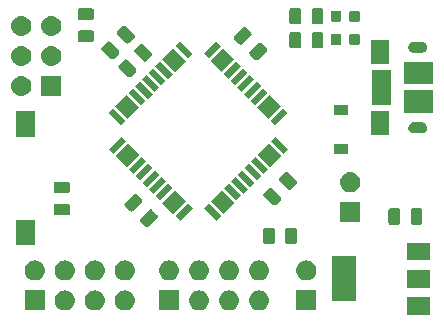
<source format=gbr>
G04 #@! TF.GenerationSoftware,KiCad,Pcbnew,5.0.0+dfsg1-2*
G04 #@! TF.CreationDate,2018-12-16T11:08:53+01:00*
G04 #@! TF.ProjectId,xmegatest,786D656761746573742E6B696361645F,rev?*
G04 #@! TF.SameCoordinates,Original*
G04 #@! TF.FileFunction,Soldermask,Top*
G04 #@! TF.FilePolarity,Negative*
%FSLAX46Y46*%
G04 Gerber Fmt 4.6, Leading zero omitted, Abs format (unit mm)*
G04 Created by KiCad (PCBNEW 5.0.0+dfsg1-2) date Sun Dec 16 11:08:53 2018*
%MOMM*%
%LPD*%
G01*
G04 APERTURE LIST*
%ADD10C,0.100000*%
G04 APERTURE END LIST*
D10*
G36*
X192618000Y-151957500D02*
X190618000Y-151957500D01*
X190618000Y-150457500D01*
X192618000Y-150457500D01*
X192618000Y-151957500D01*
X192618000Y-151957500D01*
G37*
G36*
X182968000Y-151599000D02*
X181268000Y-151599000D01*
X181268000Y-149899000D01*
X182968000Y-149899000D01*
X182968000Y-151599000D01*
X182968000Y-151599000D01*
G37*
G36*
X175744130Y-149911299D02*
X175904355Y-149959903D01*
X176052020Y-150038831D01*
X176181449Y-150145051D01*
X176287669Y-150274480D01*
X176366597Y-150422145D01*
X176415201Y-150582370D01*
X176431612Y-150749000D01*
X176415201Y-150915630D01*
X176366597Y-151075855D01*
X176287669Y-151223520D01*
X176181449Y-151352949D01*
X176052020Y-151459169D01*
X175904355Y-151538097D01*
X175744130Y-151586701D01*
X175619252Y-151599000D01*
X175535748Y-151599000D01*
X175410870Y-151586701D01*
X175250645Y-151538097D01*
X175102980Y-151459169D01*
X174973551Y-151352949D01*
X174867331Y-151223520D01*
X174788403Y-151075855D01*
X174739799Y-150915630D01*
X174723388Y-150749000D01*
X174739799Y-150582370D01*
X174788403Y-150422145D01*
X174867331Y-150274480D01*
X174973551Y-150145051D01*
X175102980Y-150038831D01*
X175250645Y-149959903D01*
X175410870Y-149911299D01*
X175535748Y-149899000D01*
X175619252Y-149899000D01*
X175744130Y-149911299D01*
X175744130Y-149911299D01*
G37*
G36*
X178284130Y-149911299D02*
X178444355Y-149959903D01*
X178592020Y-150038831D01*
X178721449Y-150145051D01*
X178827669Y-150274480D01*
X178906597Y-150422145D01*
X178955201Y-150582370D01*
X178971612Y-150749000D01*
X178955201Y-150915630D01*
X178906597Y-151075855D01*
X178827669Y-151223520D01*
X178721449Y-151352949D01*
X178592020Y-151459169D01*
X178444355Y-151538097D01*
X178284130Y-151586701D01*
X178159252Y-151599000D01*
X178075748Y-151599000D01*
X177950870Y-151586701D01*
X177790645Y-151538097D01*
X177642980Y-151459169D01*
X177513551Y-151352949D01*
X177407331Y-151223520D01*
X177328403Y-151075855D01*
X177279799Y-150915630D01*
X177263388Y-150749000D01*
X177279799Y-150582370D01*
X177328403Y-150422145D01*
X177407331Y-150274480D01*
X177513551Y-150145051D01*
X177642980Y-150038831D01*
X177790645Y-149959903D01*
X177950870Y-149911299D01*
X178075748Y-149899000D01*
X178159252Y-149899000D01*
X178284130Y-149911299D01*
X178284130Y-149911299D01*
G37*
G36*
X166917630Y-149911299D02*
X167077855Y-149959903D01*
X167225520Y-150038831D01*
X167354949Y-150145051D01*
X167461169Y-150274480D01*
X167540097Y-150422145D01*
X167588701Y-150582370D01*
X167605112Y-150749000D01*
X167588701Y-150915630D01*
X167540097Y-151075855D01*
X167461169Y-151223520D01*
X167354949Y-151352949D01*
X167225520Y-151459169D01*
X167077855Y-151538097D01*
X166917630Y-151586701D01*
X166792752Y-151599000D01*
X166709248Y-151599000D01*
X166584370Y-151586701D01*
X166424145Y-151538097D01*
X166276480Y-151459169D01*
X166147051Y-151352949D01*
X166040831Y-151223520D01*
X165961903Y-151075855D01*
X165913299Y-150915630D01*
X165896888Y-150749000D01*
X165913299Y-150582370D01*
X165961903Y-150422145D01*
X166040831Y-150274480D01*
X166147051Y-150145051D01*
X166276480Y-150038831D01*
X166424145Y-149959903D01*
X166584370Y-149911299D01*
X166709248Y-149899000D01*
X166792752Y-149899000D01*
X166917630Y-149911299D01*
X166917630Y-149911299D01*
G37*
G36*
X164377630Y-149911299D02*
X164537855Y-149959903D01*
X164685520Y-150038831D01*
X164814949Y-150145051D01*
X164921169Y-150274480D01*
X165000097Y-150422145D01*
X165048701Y-150582370D01*
X165065112Y-150749000D01*
X165048701Y-150915630D01*
X165000097Y-151075855D01*
X164921169Y-151223520D01*
X164814949Y-151352949D01*
X164685520Y-151459169D01*
X164537855Y-151538097D01*
X164377630Y-151586701D01*
X164252752Y-151599000D01*
X164169248Y-151599000D01*
X164044370Y-151586701D01*
X163884145Y-151538097D01*
X163736480Y-151459169D01*
X163607051Y-151352949D01*
X163500831Y-151223520D01*
X163421903Y-151075855D01*
X163373299Y-150915630D01*
X163356888Y-150749000D01*
X163373299Y-150582370D01*
X163421903Y-150422145D01*
X163500831Y-150274480D01*
X163607051Y-150145051D01*
X163736480Y-150038831D01*
X163884145Y-149959903D01*
X164044370Y-149911299D01*
X164169248Y-149899000D01*
X164252752Y-149899000D01*
X164377630Y-149911299D01*
X164377630Y-149911299D01*
G37*
G36*
X159981000Y-151599000D02*
X158281000Y-151599000D01*
X158281000Y-149899000D01*
X159981000Y-149899000D01*
X159981000Y-151599000D01*
X159981000Y-151599000D01*
G37*
G36*
X161837630Y-149911299D02*
X161997855Y-149959903D01*
X162145520Y-150038831D01*
X162274949Y-150145051D01*
X162381169Y-150274480D01*
X162460097Y-150422145D01*
X162508701Y-150582370D01*
X162525112Y-150749000D01*
X162508701Y-150915630D01*
X162460097Y-151075855D01*
X162381169Y-151223520D01*
X162274949Y-151352949D01*
X162145520Y-151459169D01*
X161997855Y-151538097D01*
X161837630Y-151586701D01*
X161712752Y-151599000D01*
X161629248Y-151599000D01*
X161504370Y-151586701D01*
X161344145Y-151538097D01*
X161196480Y-151459169D01*
X161067051Y-151352949D01*
X160960831Y-151223520D01*
X160881903Y-151075855D01*
X160833299Y-150915630D01*
X160816888Y-150749000D01*
X160833299Y-150582370D01*
X160881903Y-150422145D01*
X160960831Y-150274480D01*
X161067051Y-150145051D01*
X161196480Y-150038831D01*
X161344145Y-149959903D01*
X161504370Y-149911299D01*
X161629248Y-149899000D01*
X161712752Y-149899000D01*
X161837630Y-149911299D01*
X161837630Y-149911299D01*
G37*
G36*
X171347500Y-151599000D02*
X169647500Y-151599000D01*
X169647500Y-149899000D01*
X171347500Y-149899000D01*
X171347500Y-151599000D01*
X171347500Y-151599000D01*
G37*
G36*
X173204130Y-149911299D02*
X173364355Y-149959903D01*
X173512020Y-150038831D01*
X173641449Y-150145051D01*
X173747669Y-150274480D01*
X173826597Y-150422145D01*
X173875201Y-150582370D01*
X173891612Y-150749000D01*
X173875201Y-150915630D01*
X173826597Y-151075855D01*
X173747669Y-151223520D01*
X173641449Y-151352949D01*
X173512020Y-151459169D01*
X173364355Y-151538097D01*
X173204130Y-151586701D01*
X173079252Y-151599000D01*
X172995748Y-151599000D01*
X172870870Y-151586701D01*
X172710645Y-151538097D01*
X172562980Y-151459169D01*
X172433551Y-151352949D01*
X172327331Y-151223520D01*
X172248403Y-151075855D01*
X172199799Y-150915630D01*
X172183388Y-150749000D01*
X172199799Y-150582370D01*
X172248403Y-150422145D01*
X172327331Y-150274480D01*
X172433551Y-150145051D01*
X172562980Y-150038831D01*
X172710645Y-149959903D01*
X172870870Y-149911299D01*
X172995748Y-149899000D01*
X173079252Y-149899000D01*
X173204130Y-149911299D01*
X173204130Y-149911299D01*
G37*
G36*
X186318000Y-150807500D02*
X184318000Y-150807500D01*
X184318000Y-147007500D01*
X186318000Y-147007500D01*
X186318000Y-150807500D01*
X186318000Y-150807500D01*
G37*
G36*
X192618000Y-149657500D02*
X190618000Y-149657500D01*
X190618000Y-148157500D01*
X192618000Y-148157500D01*
X192618000Y-149657500D01*
X192618000Y-149657500D01*
G37*
G36*
X178284130Y-147371299D02*
X178444355Y-147419903D01*
X178592020Y-147498831D01*
X178721449Y-147605051D01*
X178827669Y-147734480D01*
X178906597Y-147882145D01*
X178955201Y-148042370D01*
X178971612Y-148209000D01*
X178955201Y-148375630D01*
X178906597Y-148535855D01*
X178827669Y-148683520D01*
X178721449Y-148812949D01*
X178592020Y-148919169D01*
X178444355Y-148998097D01*
X178284130Y-149046701D01*
X178159252Y-149059000D01*
X178075748Y-149059000D01*
X177950870Y-149046701D01*
X177790645Y-148998097D01*
X177642980Y-148919169D01*
X177513551Y-148812949D01*
X177407331Y-148683520D01*
X177328403Y-148535855D01*
X177279799Y-148375630D01*
X177263388Y-148209000D01*
X177279799Y-148042370D01*
X177328403Y-147882145D01*
X177407331Y-147734480D01*
X177513551Y-147605051D01*
X177642980Y-147498831D01*
X177790645Y-147419903D01*
X177950870Y-147371299D01*
X178075748Y-147359000D01*
X178159252Y-147359000D01*
X178284130Y-147371299D01*
X178284130Y-147371299D01*
G37*
G36*
X175744130Y-147371299D02*
X175904355Y-147419903D01*
X176052020Y-147498831D01*
X176181449Y-147605051D01*
X176287669Y-147734480D01*
X176366597Y-147882145D01*
X176415201Y-148042370D01*
X176431612Y-148209000D01*
X176415201Y-148375630D01*
X176366597Y-148535855D01*
X176287669Y-148683520D01*
X176181449Y-148812949D01*
X176052020Y-148919169D01*
X175904355Y-148998097D01*
X175744130Y-149046701D01*
X175619252Y-149059000D01*
X175535748Y-149059000D01*
X175410870Y-149046701D01*
X175250645Y-148998097D01*
X175102980Y-148919169D01*
X174973551Y-148812949D01*
X174867331Y-148683520D01*
X174788403Y-148535855D01*
X174739799Y-148375630D01*
X174723388Y-148209000D01*
X174739799Y-148042370D01*
X174788403Y-147882145D01*
X174867331Y-147734480D01*
X174973551Y-147605051D01*
X175102980Y-147498831D01*
X175250645Y-147419903D01*
X175410870Y-147371299D01*
X175535748Y-147359000D01*
X175619252Y-147359000D01*
X175744130Y-147371299D01*
X175744130Y-147371299D01*
G37*
G36*
X166917630Y-147371299D02*
X167077855Y-147419903D01*
X167225520Y-147498831D01*
X167354949Y-147605051D01*
X167461169Y-147734480D01*
X167540097Y-147882145D01*
X167588701Y-148042370D01*
X167605112Y-148209000D01*
X167588701Y-148375630D01*
X167540097Y-148535855D01*
X167461169Y-148683520D01*
X167354949Y-148812949D01*
X167225520Y-148919169D01*
X167077855Y-148998097D01*
X166917630Y-149046701D01*
X166792752Y-149059000D01*
X166709248Y-149059000D01*
X166584370Y-149046701D01*
X166424145Y-148998097D01*
X166276480Y-148919169D01*
X166147051Y-148812949D01*
X166040831Y-148683520D01*
X165961903Y-148535855D01*
X165913299Y-148375630D01*
X165896888Y-148209000D01*
X165913299Y-148042370D01*
X165961903Y-147882145D01*
X166040831Y-147734480D01*
X166147051Y-147605051D01*
X166276480Y-147498831D01*
X166424145Y-147419903D01*
X166584370Y-147371299D01*
X166709248Y-147359000D01*
X166792752Y-147359000D01*
X166917630Y-147371299D01*
X166917630Y-147371299D01*
G37*
G36*
X164377630Y-147371299D02*
X164537855Y-147419903D01*
X164685520Y-147498831D01*
X164814949Y-147605051D01*
X164921169Y-147734480D01*
X165000097Y-147882145D01*
X165048701Y-148042370D01*
X165065112Y-148209000D01*
X165048701Y-148375630D01*
X165000097Y-148535855D01*
X164921169Y-148683520D01*
X164814949Y-148812949D01*
X164685520Y-148919169D01*
X164537855Y-148998097D01*
X164377630Y-149046701D01*
X164252752Y-149059000D01*
X164169248Y-149059000D01*
X164044370Y-149046701D01*
X163884145Y-148998097D01*
X163736480Y-148919169D01*
X163607051Y-148812949D01*
X163500831Y-148683520D01*
X163421903Y-148535855D01*
X163373299Y-148375630D01*
X163356888Y-148209000D01*
X163373299Y-148042370D01*
X163421903Y-147882145D01*
X163500831Y-147734480D01*
X163607051Y-147605051D01*
X163736480Y-147498831D01*
X163884145Y-147419903D01*
X164044370Y-147371299D01*
X164169248Y-147359000D01*
X164252752Y-147359000D01*
X164377630Y-147371299D01*
X164377630Y-147371299D01*
G37*
G36*
X161837630Y-147371299D02*
X161997855Y-147419903D01*
X162145520Y-147498831D01*
X162274949Y-147605051D01*
X162381169Y-147734480D01*
X162460097Y-147882145D01*
X162508701Y-148042370D01*
X162525112Y-148209000D01*
X162508701Y-148375630D01*
X162460097Y-148535855D01*
X162381169Y-148683520D01*
X162274949Y-148812949D01*
X162145520Y-148919169D01*
X161997855Y-148998097D01*
X161837630Y-149046701D01*
X161712752Y-149059000D01*
X161629248Y-149059000D01*
X161504370Y-149046701D01*
X161344145Y-148998097D01*
X161196480Y-148919169D01*
X161067051Y-148812949D01*
X160960831Y-148683520D01*
X160881903Y-148535855D01*
X160833299Y-148375630D01*
X160816888Y-148209000D01*
X160833299Y-148042370D01*
X160881903Y-147882145D01*
X160960831Y-147734480D01*
X161067051Y-147605051D01*
X161196480Y-147498831D01*
X161344145Y-147419903D01*
X161504370Y-147371299D01*
X161629248Y-147359000D01*
X161712752Y-147359000D01*
X161837630Y-147371299D01*
X161837630Y-147371299D01*
G37*
G36*
X159297630Y-147371299D02*
X159457855Y-147419903D01*
X159605520Y-147498831D01*
X159734949Y-147605051D01*
X159841169Y-147734480D01*
X159920097Y-147882145D01*
X159968701Y-148042370D01*
X159985112Y-148209000D01*
X159968701Y-148375630D01*
X159920097Y-148535855D01*
X159841169Y-148683520D01*
X159734949Y-148812949D01*
X159605520Y-148919169D01*
X159457855Y-148998097D01*
X159297630Y-149046701D01*
X159172752Y-149059000D01*
X159089248Y-149059000D01*
X158964370Y-149046701D01*
X158804145Y-148998097D01*
X158656480Y-148919169D01*
X158527051Y-148812949D01*
X158420831Y-148683520D01*
X158341903Y-148535855D01*
X158293299Y-148375630D01*
X158276888Y-148209000D01*
X158293299Y-148042370D01*
X158341903Y-147882145D01*
X158420831Y-147734480D01*
X158527051Y-147605051D01*
X158656480Y-147498831D01*
X158804145Y-147419903D01*
X158964370Y-147371299D01*
X159089248Y-147359000D01*
X159172752Y-147359000D01*
X159297630Y-147371299D01*
X159297630Y-147371299D01*
G37*
G36*
X170664130Y-147371299D02*
X170824355Y-147419903D01*
X170972020Y-147498831D01*
X171101449Y-147605051D01*
X171207669Y-147734480D01*
X171286597Y-147882145D01*
X171335201Y-148042370D01*
X171351612Y-148209000D01*
X171335201Y-148375630D01*
X171286597Y-148535855D01*
X171207669Y-148683520D01*
X171101449Y-148812949D01*
X170972020Y-148919169D01*
X170824355Y-148998097D01*
X170664130Y-149046701D01*
X170539252Y-149059000D01*
X170455748Y-149059000D01*
X170330870Y-149046701D01*
X170170645Y-148998097D01*
X170022980Y-148919169D01*
X169893551Y-148812949D01*
X169787331Y-148683520D01*
X169708403Y-148535855D01*
X169659799Y-148375630D01*
X169643388Y-148209000D01*
X169659799Y-148042370D01*
X169708403Y-147882145D01*
X169787331Y-147734480D01*
X169893551Y-147605051D01*
X170022980Y-147498831D01*
X170170645Y-147419903D01*
X170330870Y-147371299D01*
X170455748Y-147359000D01*
X170539252Y-147359000D01*
X170664130Y-147371299D01*
X170664130Y-147371299D01*
G37*
G36*
X182284630Y-147371299D02*
X182444855Y-147419903D01*
X182592520Y-147498831D01*
X182721949Y-147605051D01*
X182828169Y-147734480D01*
X182907097Y-147882145D01*
X182955701Y-148042370D01*
X182972112Y-148209000D01*
X182955701Y-148375630D01*
X182907097Y-148535855D01*
X182828169Y-148683520D01*
X182721949Y-148812949D01*
X182592520Y-148919169D01*
X182444855Y-148998097D01*
X182284630Y-149046701D01*
X182159752Y-149059000D01*
X182076248Y-149059000D01*
X181951370Y-149046701D01*
X181791145Y-148998097D01*
X181643480Y-148919169D01*
X181514051Y-148812949D01*
X181407831Y-148683520D01*
X181328903Y-148535855D01*
X181280299Y-148375630D01*
X181263888Y-148209000D01*
X181280299Y-148042370D01*
X181328903Y-147882145D01*
X181407831Y-147734480D01*
X181514051Y-147605051D01*
X181643480Y-147498831D01*
X181791145Y-147419903D01*
X181951370Y-147371299D01*
X182076248Y-147359000D01*
X182159752Y-147359000D01*
X182284630Y-147371299D01*
X182284630Y-147371299D01*
G37*
G36*
X173204130Y-147371299D02*
X173364355Y-147419903D01*
X173512020Y-147498831D01*
X173641449Y-147605051D01*
X173747669Y-147734480D01*
X173826597Y-147882145D01*
X173875201Y-148042370D01*
X173891612Y-148209000D01*
X173875201Y-148375630D01*
X173826597Y-148535855D01*
X173747669Y-148683520D01*
X173641449Y-148812949D01*
X173512020Y-148919169D01*
X173364355Y-148998097D01*
X173204130Y-149046701D01*
X173079252Y-149059000D01*
X172995748Y-149059000D01*
X172870870Y-149046701D01*
X172710645Y-148998097D01*
X172562980Y-148919169D01*
X172433551Y-148812949D01*
X172327331Y-148683520D01*
X172248403Y-148535855D01*
X172199799Y-148375630D01*
X172183388Y-148209000D01*
X172199799Y-148042370D01*
X172248403Y-147882145D01*
X172327331Y-147734480D01*
X172433551Y-147605051D01*
X172562980Y-147498831D01*
X172710645Y-147419903D01*
X172870870Y-147371299D01*
X172995748Y-147359000D01*
X173079252Y-147359000D01*
X173204130Y-147371299D01*
X173204130Y-147371299D01*
G37*
G36*
X192618000Y-147357500D02*
X190618000Y-147357500D01*
X190618000Y-145857500D01*
X192618000Y-145857500D01*
X192618000Y-147357500D01*
X192618000Y-147357500D01*
G37*
G36*
X159169000Y-146078500D02*
X157569000Y-146078500D01*
X157569000Y-143898500D01*
X159169000Y-143898500D01*
X159169000Y-146078500D01*
X159169000Y-146078500D01*
G37*
G36*
X181174492Y-144592076D02*
X181208383Y-144602357D01*
X181239611Y-144619048D01*
X181266985Y-144641515D01*
X181289452Y-144668889D01*
X181306143Y-144700117D01*
X181316424Y-144734008D01*
X181320500Y-144775391D01*
X181320500Y-145800609D01*
X181316424Y-145841992D01*
X181306143Y-145875883D01*
X181289452Y-145907111D01*
X181266985Y-145934485D01*
X181239611Y-145956952D01*
X181208383Y-145973643D01*
X181174492Y-145983924D01*
X181133109Y-145988000D01*
X180532891Y-145988000D01*
X180491508Y-145983924D01*
X180457617Y-145973643D01*
X180426389Y-145956952D01*
X180399015Y-145934485D01*
X180376548Y-145907111D01*
X180359857Y-145875883D01*
X180349576Y-145841992D01*
X180345500Y-145800609D01*
X180345500Y-144775391D01*
X180349576Y-144734008D01*
X180359857Y-144700117D01*
X180376548Y-144668889D01*
X180399015Y-144641515D01*
X180426389Y-144619048D01*
X180457617Y-144602357D01*
X180491508Y-144592076D01*
X180532891Y-144588000D01*
X181133109Y-144588000D01*
X181174492Y-144592076D01*
X181174492Y-144592076D01*
G37*
G36*
X179299492Y-144592076D02*
X179333383Y-144602357D01*
X179364611Y-144619048D01*
X179391985Y-144641515D01*
X179414452Y-144668889D01*
X179431143Y-144700117D01*
X179441424Y-144734008D01*
X179445500Y-144775391D01*
X179445500Y-145800609D01*
X179441424Y-145841992D01*
X179431143Y-145875883D01*
X179414452Y-145907111D01*
X179391985Y-145934485D01*
X179364611Y-145956952D01*
X179333383Y-145973643D01*
X179299492Y-145983924D01*
X179258109Y-145988000D01*
X178657891Y-145988000D01*
X178616508Y-145983924D01*
X178582617Y-145973643D01*
X178551389Y-145956952D01*
X178524015Y-145934485D01*
X178501548Y-145907111D01*
X178484857Y-145875883D01*
X178474576Y-145841992D01*
X178470500Y-145800609D01*
X178470500Y-144775391D01*
X178474576Y-144734008D01*
X178484857Y-144700117D01*
X178501548Y-144668889D01*
X178524015Y-144641515D01*
X178551389Y-144619048D01*
X178582617Y-144602357D01*
X178616508Y-144592076D01*
X178657891Y-144588000D01*
X179258109Y-144588000D01*
X179299492Y-144592076D01*
X179299492Y-144592076D01*
G37*
G36*
X168996415Y-143031376D02*
X169030306Y-143041657D01*
X169061534Y-143058348D01*
X169093678Y-143084729D01*
X169518097Y-143509148D01*
X169544478Y-143541292D01*
X169561169Y-143572520D01*
X169571450Y-143606411D01*
X169574921Y-143641653D01*
X169571450Y-143676895D01*
X169561169Y-143710786D01*
X169544478Y-143742014D01*
X169518097Y-143774158D01*
X168793158Y-144499097D01*
X168761014Y-144525478D01*
X168729786Y-144542169D01*
X168695895Y-144552450D01*
X168660653Y-144555921D01*
X168625411Y-144552450D01*
X168591520Y-144542169D01*
X168560292Y-144525478D01*
X168528148Y-144499097D01*
X168103729Y-144074678D01*
X168077348Y-144042534D01*
X168060657Y-144011306D01*
X168050376Y-143977415D01*
X168046905Y-143942173D01*
X168050376Y-143906931D01*
X168060657Y-143873040D01*
X168077348Y-143841812D01*
X168103729Y-143809668D01*
X168828668Y-143084729D01*
X168860812Y-143058348D01*
X168892040Y-143041657D01*
X168925931Y-143031376D01*
X168961173Y-143027905D01*
X168996415Y-143031376D01*
X168996415Y-143031376D01*
G37*
G36*
X191778992Y-142941076D02*
X191812883Y-142951357D01*
X191844111Y-142968048D01*
X191871485Y-142990515D01*
X191893952Y-143017889D01*
X191910643Y-143049117D01*
X191920924Y-143083008D01*
X191925000Y-143124391D01*
X191925000Y-144149609D01*
X191920924Y-144190992D01*
X191910643Y-144224883D01*
X191893952Y-144256111D01*
X191871485Y-144283485D01*
X191844111Y-144305952D01*
X191812883Y-144322643D01*
X191778992Y-144332924D01*
X191737609Y-144337000D01*
X191137391Y-144337000D01*
X191096008Y-144332924D01*
X191062117Y-144322643D01*
X191030889Y-144305952D01*
X191003515Y-144283485D01*
X190981048Y-144256111D01*
X190964357Y-144224883D01*
X190954076Y-144190992D01*
X190950000Y-144149609D01*
X190950000Y-143124391D01*
X190954076Y-143083008D01*
X190964357Y-143049117D01*
X190981048Y-143017889D01*
X191003515Y-142990515D01*
X191030889Y-142968048D01*
X191062117Y-142951357D01*
X191096008Y-142941076D01*
X191137391Y-142937000D01*
X191737609Y-142937000D01*
X191778992Y-142941076D01*
X191778992Y-142941076D01*
G37*
G36*
X189903992Y-142941076D02*
X189937883Y-142951357D01*
X189969111Y-142968048D01*
X189996485Y-142990515D01*
X190018952Y-143017889D01*
X190035643Y-143049117D01*
X190045924Y-143083008D01*
X190050000Y-143124391D01*
X190050000Y-144149609D01*
X190045924Y-144190992D01*
X190035643Y-144224883D01*
X190018952Y-144256111D01*
X189996485Y-144283485D01*
X189969111Y-144305952D01*
X189937883Y-144322643D01*
X189903992Y-144332924D01*
X189862609Y-144337000D01*
X189262391Y-144337000D01*
X189221008Y-144332924D01*
X189187117Y-144322643D01*
X189155889Y-144305952D01*
X189128515Y-144283485D01*
X189106048Y-144256111D01*
X189089357Y-144224883D01*
X189079076Y-144190992D01*
X189075000Y-144149609D01*
X189075000Y-143124391D01*
X189079076Y-143083008D01*
X189089357Y-143049117D01*
X189106048Y-143017889D01*
X189128515Y-142990515D01*
X189155889Y-142968048D01*
X189187117Y-142951357D01*
X189221008Y-142941076D01*
X189262391Y-142937000D01*
X189862609Y-142937000D01*
X189903992Y-142941076D01*
X189903992Y-142941076D01*
G37*
G36*
X186695300Y-144128151D02*
X184995300Y-144128151D01*
X184995300Y-142428151D01*
X186695300Y-142428151D01*
X186695300Y-144128151D01*
X186695300Y-144128151D01*
G37*
G36*
X172496703Y-142921060D02*
X171436042Y-143981721D01*
X171047133Y-143592812D01*
X172107794Y-142532151D01*
X172496703Y-142921060D01*
X172496703Y-142921060D01*
G37*
G36*
X174900867Y-143592812D02*
X174511958Y-143981721D01*
X173451297Y-142921060D01*
X173840206Y-142532151D01*
X174900867Y-143592812D01*
X174900867Y-143592812D01*
G37*
G36*
X161970992Y-142567076D02*
X162004883Y-142577357D01*
X162036111Y-142594048D01*
X162063485Y-142616515D01*
X162085952Y-142643889D01*
X162102643Y-142675117D01*
X162112924Y-142709008D01*
X162117000Y-142750391D01*
X162117000Y-143350609D01*
X162112924Y-143391992D01*
X162102643Y-143425883D01*
X162085952Y-143457111D01*
X162063485Y-143484485D01*
X162036111Y-143506952D01*
X162004883Y-143523643D01*
X161970992Y-143533924D01*
X161929609Y-143538000D01*
X160904391Y-143538000D01*
X160863008Y-143533924D01*
X160829117Y-143523643D01*
X160797889Y-143506952D01*
X160770515Y-143484485D01*
X160748048Y-143457111D01*
X160731357Y-143425883D01*
X160721076Y-143391992D01*
X160717000Y-143350609D01*
X160717000Y-142750391D01*
X160721076Y-142709008D01*
X160731357Y-142675117D01*
X160748048Y-142643889D01*
X160770515Y-142616515D01*
X160797889Y-142594048D01*
X160829117Y-142577357D01*
X160863008Y-142567076D01*
X160904391Y-142563000D01*
X161929609Y-142563000D01*
X161970992Y-142567076D01*
X161970992Y-142567076D01*
G37*
G36*
X171931018Y-142355374D02*
X170870357Y-143416035D01*
X169915763Y-142461441D01*
X170976424Y-141400780D01*
X171931018Y-142355374D01*
X171931018Y-142355374D01*
G37*
G36*
X176032237Y-142461441D02*
X175077643Y-143416035D01*
X174016982Y-142355374D01*
X174971576Y-141400780D01*
X176032237Y-142461441D01*
X176032237Y-142461441D01*
G37*
G36*
X167670589Y-141705550D02*
X167704480Y-141715831D01*
X167735708Y-141732522D01*
X167767852Y-141758903D01*
X168192271Y-142183322D01*
X168218652Y-142215466D01*
X168235343Y-142246694D01*
X168245624Y-142280585D01*
X168249095Y-142315827D01*
X168245624Y-142351069D01*
X168235343Y-142384960D01*
X168218652Y-142416188D01*
X168192271Y-142448332D01*
X167467332Y-143173271D01*
X167435188Y-143199652D01*
X167403960Y-143216343D01*
X167370069Y-143226624D01*
X167334827Y-143230095D01*
X167299585Y-143226624D01*
X167265694Y-143216343D01*
X167234466Y-143199652D01*
X167202322Y-143173271D01*
X166777903Y-142748852D01*
X166751522Y-142716708D01*
X166734831Y-142685480D01*
X166724550Y-142651589D01*
X166721079Y-142616347D01*
X166724550Y-142581105D01*
X166734831Y-142547214D01*
X166751522Y-142515986D01*
X166777903Y-142483842D01*
X167502842Y-141758903D01*
X167534986Y-141732522D01*
X167566214Y-141715831D01*
X167600105Y-141705550D01*
X167635347Y-141702079D01*
X167670589Y-141705550D01*
X167670589Y-141705550D01*
G37*
G36*
X179117569Y-141189876D02*
X179151460Y-141200157D01*
X179182688Y-141216848D01*
X179214832Y-141243229D01*
X179939771Y-141968168D01*
X179966152Y-142000312D01*
X179982843Y-142031540D01*
X179993124Y-142065431D01*
X179996595Y-142100673D01*
X179993124Y-142135915D01*
X179982843Y-142169806D01*
X179966152Y-142201034D01*
X179939771Y-142233178D01*
X179515352Y-142657597D01*
X179483208Y-142683978D01*
X179451980Y-142700669D01*
X179418089Y-142710950D01*
X179382847Y-142714421D01*
X179347605Y-142710950D01*
X179313714Y-142700669D01*
X179282486Y-142683978D01*
X179250342Y-142657597D01*
X178525403Y-141932658D01*
X178499022Y-141900514D01*
X178482331Y-141869286D01*
X178472050Y-141835395D01*
X178468579Y-141800153D01*
X178472050Y-141764911D01*
X178482331Y-141731020D01*
X178499022Y-141699792D01*
X178525403Y-141667648D01*
X178949822Y-141243229D01*
X178981966Y-141216848D01*
X179013194Y-141200157D01*
X179047085Y-141189876D01*
X179082327Y-141186405D01*
X179117569Y-141189876D01*
X179117569Y-141189876D01*
G37*
G36*
X176597923Y-141895756D02*
X176209014Y-142284665D01*
X175148353Y-141224004D01*
X175537262Y-140835095D01*
X176597923Y-141895756D01*
X176597923Y-141895756D01*
G37*
G36*
X170799647Y-141224004D02*
X169738986Y-142284665D01*
X169350077Y-141895756D01*
X170410738Y-140835095D01*
X170799647Y-141224004D01*
X170799647Y-141224004D01*
G37*
G36*
X177163608Y-141330070D02*
X176774699Y-141718979D01*
X175714038Y-140658318D01*
X176102947Y-140269409D01*
X177163608Y-141330070D01*
X177163608Y-141330070D01*
G37*
G36*
X170233962Y-140658318D02*
X169173301Y-141718979D01*
X168784392Y-141330070D01*
X169845053Y-140269409D01*
X170233962Y-140658318D01*
X170233962Y-140658318D01*
G37*
G36*
X161970992Y-140692076D02*
X162004883Y-140702357D01*
X162036111Y-140719048D01*
X162063485Y-140741515D01*
X162085952Y-140768889D01*
X162102643Y-140800117D01*
X162112924Y-140834008D01*
X162117000Y-140875391D01*
X162117000Y-141475609D01*
X162112924Y-141516992D01*
X162102643Y-141550883D01*
X162085952Y-141582111D01*
X162063485Y-141609485D01*
X162036111Y-141631952D01*
X162004883Y-141648643D01*
X161970992Y-141658924D01*
X161929609Y-141663000D01*
X160904391Y-141663000D01*
X160863008Y-141658924D01*
X160829117Y-141648643D01*
X160797889Y-141631952D01*
X160770515Y-141609485D01*
X160748048Y-141582111D01*
X160731357Y-141550883D01*
X160721076Y-141516992D01*
X160717000Y-141475609D01*
X160717000Y-140875391D01*
X160721076Y-140834008D01*
X160731357Y-140800117D01*
X160748048Y-140768889D01*
X160770515Y-140741515D01*
X160797889Y-140719048D01*
X160829117Y-140702357D01*
X160863008Y-140692076D01*
X160904391Y-140688000D01*
X161929609Y-140688000D01*
X161970992Y-140692076D01*
X161970992Y-140692076D01*
G37*
G36*
X186011930Y-139900450D02*
X186172155Y-139949054D01*
X186319820Y-140027982D01*
X186449249Y-140134202D01*
X186555469Y-140263631D01*
X186634397Y-140411296D01*
X186683001Y-140571521D01*
X186699412Y-140738151D01*
X186683001Y-140904781D01*
X186634397Y-141065006D01*
X186555469Y-141212671D01*
X186449249Y-141342100D01*
X186319820Y-141448320D01*
X186172155Y-141527248D01*
X186011930Y-141575852D01*
X185887052Y-141588151D01*
X185803548Y-141588151D01*
X185678670Y-141575852D01*
X185518445Y-141527248D01*
X185370780Y-141448320D01*
X185241351Y-141342100D01*
X185135131Y-141212671D01*
X185056203Y-141065006D01*
X185007599Y-140904781D01*
X184991188Y-140738151D01*
X185007599Y-140571521D01*
X185056203Y-140411296D01*
X185135131Y-140263631D01*
X185241351Y-140134202D01*
X185370780Y-140027982D01*
X185518445Y-139949054D01*
X185678670Y-139900450D01*
X185803548Y-139888151D01*
X185887052Y-139888151D01*
X186011930Y-139900450D01*
X186011930Y-139900450D01*
G37*
G36*
X180443395Y-139864050D02*
X180477286Y-139874331D01*
X180508514Y-139891022D01*
X180540658Y-139917403D01*
X181265597Y-140642342D01*
X181291978Y-140674486D01*
X181308669Y-140705714D01*
X181318950Y-140739605D01*
X181322421Y-140774847D01*
X181318950Y-140810089D01*
X181308669Y-140843980D01*
X181291978Y-140875208D01*
X181265597Y-140907352D01*
X180841178Y-141331771D01*
X180809034Y-141358152D01*
X180777806Y-141374843D01*
X180743915Y-141385124D01*
X180708673Y-141388595D01*
X180673431Y-141385124D01*
X180639540Y-141374843D01*
X180608312Y-141358152D01*
X180576168Y-141331771D01*
X179851229Y-140606832D01*
X179824848Y-140574688D01*
X179808157Y-140543460D01*
X179797876Y-140509569D01*
X179794405Y-140474327D01*
X179797876Y-140439085D01*
X179808157Y-140405194D01*
X179824848Y-140373966D01*
X179851229Y-140341822D01*
X180275648Y-139917403D01*
X180307792Y-139891022D01*
X180339020Y-139874331D01*
X180372911Y-139864050D01*
X180408153Y-139860579D01*
X180443395Y-139864050D01*
X180443395Y-139864050D01*
G37*
G36*
X169668276Y-140092633D02*
X168607615Y-141153294D01*
X168218706Y-140764385D01*
X169279367Y-139703724D01*
X169668276Y-140092633D01*
X169668276Y-140092633D01*
G37*
G36*
X177729294Y-140764385D02*
X177340385Y-141153294D01*
X176279724Y-140092633D01*
X176668633Y-139703724D01*
X177729294Y-140764385D01*
X177729294Y-140764385D01*
G37*
G36*
X169102591Y-139526947D02*
X168041930Y-140587608D01*
X167653021Y-140198699D01*
X168713682Y-139138038D01*
X169102591Y-139526947D01*
X169102591Y-139526947D01*
G37*
G36*
X178294979Y-140198699D02*
X177906070Y-140587608D01*
X176845409Y-139526947D01*
X177234318Y-139138038D01*
X178294979Y-140198699D01*
X178294979Y-140198699D01*
G37*
G36*
X168536905Y-138961262D02*
X167476244Y-140021923D01*
X167087335Y-139633014D01*
X168147996Y-138572353D01*
X168536905Y-138961262D01*
X168536905Y-138961262D01*
G37*
G36*
X178860665Y-139633014D02*
X178471756Y-140021923D01*
X177411095Y-138961262D01*
X177800004Y-138572353D01*
X178860665Y-139633014D01*
X178860665Y-139633014D01*
G37*
G36*
X167971220Y-138395576D02*
X166910559Y-139456237D01*
X165955965Y-138501643D01*
X167016626Y-137440982D01*
X167971220Y-138395576D01*
X167971220Y-138395576D01*
G37*
G36*
X179992035Y-138501643D02*
X179037441Y-139456237D01*
X177976780Y-138395576D01*
X178931374Y-137440982D01*
X179992035Y-138501643D01*
X179992035Y-138501643D01*
G37*
G36*
X185639000Y-138371000D02*
X184439000Y-138371000D01*
X184439000Y-137471000D01*
X185639000Y-137471000D01*
X185639000Y-138371000D01*
X185639000Y-138371000D01*
G37*
G36*
X180557721Y-137935958D02*
X180168812Y-138324867D01*
X179108151Y-137264206D01*
X179497060Y-136875297D01*
X180557721Y-137935958D01*
X180557721Y-137935958D01*
G37*
G36*
X166839849Y-137264206D02*
X165779188Y-138324867D01*
X165390279Y-137935958D01*
X166450940Y-136875297D01*
X166839849Y-137264206D01*
X166839849Y-137264206D01*
G37*
G36*
X159169000Y-136898500D02*
X157569000Y-136898500D01*
X157569000Y-134718500D01*
X159169000Y-134718500D01*
X159169000Y-136898500D01*
X159169000Y-136898500D01*
G37*
G36*
X189131000Y-136715000D02*
X187631000Y-136715000D01*
X187631000Y-134715000D01*
X189131000Y-134715000D01*
X189131000Y-136715000D01*
X189131000Y-136715000D01*
G37*
G36*
X191951160Y-135668256D02*
X191984215Y-135671511D01*
X192026628Y-135684377D01*
X192069042Y-135697243D01*
X192147217Y-135739029D01*
X192215738Y-135795262D01*
X192271971Y-135863783D01*
X192313757Y-135941958D01*
X192339489Y-136026786D01*
X192348177Y-136115000D01*
X192339489Y-136203214D01*
X192313757Y-136288042D01*
X192271971Y-136366217D01*
X192215738Y-136434738D01*
X192147217Y-136490971D01*
X192069042Y-136532757D01*
X192026628Y-136545623D01*
X191984215Y-136558489D01*
X191951160Y-136561744D01*
X191918106Y-136565000D01*
X191173894Y-136565000D01*
X191140840Y-136561744D01*
X191107785Y-136558489D01*
X191065372Y-136545623D01*
X191022958Y-136532757D01*
X190944783Y-136490971D01*
X190876262Y-136434738D01*
X190820029Y-136366217D01*
X190778243Y-136288042D01*
X190752511Y-136203214D01*
X190743823Y-136115000D01*
X190752511Y-136026786D01*
X190778243Y-135941958D01*
X190820029Y-135863783D01*
X190876262Y-135795262D01*
X190944783Y-135739029D01*
X191022958Y-135697243D01*
X191065372Y-135684377D01*
X191107785Y-135671511D01*
X191140840Y-135668256D01*
X191173894Y-135665000D01*
X191918106Y-135665000D01*
X191951160Y-135668256D01*
X191951160Y-135668256D01*
G37*
G36*
X166839849Y-135531794D02*
X166450940Y-135920703D01*
X165390279Y-134860042D01*
X165779188Y-134471133D01*
X166839849Y-135531794D01*
X166839849Y-135531794D01*
G37*
G36*
X180557721Y-134860042D02*
X179497060Y-135920703D01*
X179108151Y-135531794D01*
X180168812Y-134471133D01*
X180557721Y-134860042D01*
X180557721Y-134860042D01*
G37*
G36*
X167971220Y-134400424D02*
X167016626Y-135355018D01*
X165955965Y-134294357D01*
X166910559Y-133339763D01*
X167971220Y-134400424D01*
X167971220Y-134400424D01*
G37*
G36*
X179992035Y-134294357D02*
X178931374Y-135355018D01*
X177976780Y-134400424D01*
X179037441Y-133339763D01*
X179992035Y-134294357D01*
X179992035Y-134294357D01*
G37*
G36*
X185639000Y-135071000D02*
X184439000Y-135071000D01*
X184439000Y-134171000D01*
X185639000Y-134171000D01*
X185639000Y-135071000D01*
X185639000Y-135071000D01*
G37*
G36*
X192881000Y-134850000D02*
X190381000Y-134850000D01*
X190381000Y-132950000D01*
X192881000Y-132950000D01*
X192881000Y-134850000D01*
X192881000Y-134850000D01*
G37*
G36*
X189306000Y-134240000D02*
X187656000Y-134240000D01*
X187656000Y-131240000D01*
X189306000Y-131240000D01*
X189306000Y-134240000D01*
X189306000Y-134240000D01*
G37*
G36*
X178860665Y-133162986D02*
X177800004Y-134223647D01*
X177411095Y-133834738D01*
X178471756Y-132774077D01*
X178860665Y-133162986D01*
X178860665Y-133162986D01*
G37*
G36*
X168536905Y-133834738D02*
X168147996Y-134223647D01*
X167087335Y-133162986D01*
X167476244Y-132774077D01*
X168536905Y-133834738D01*
X168536905Y-133834738D01*
G37*
G36*
X169102591Y-133269053D02*
X168713682Y-133657962D01*
X167653021Y-132597301D01*
X168041930Y-132208392D01*
X169102591Y-133269053D01*
X169102591Y-133269053D01*
G37*
G36*
X178294979Y-132597301D02*
X177234318Y-133657962D01*
X176845409Y-133269053D01*
X177906070Y-132208392D01*
X178294979Y-132597301D01*
X178294979Y-132597301D01*
G37*
G36*
X158154630Y-131750299D02*
X158314855Y-131798903D01*
X158462520Y-131877831D01*
X158591949Y-131984051D01*
X158698169Y-132113480D01*
X158777097Y-132261145D01*
X158825701Y-132421370D01*
X158842112Y-132588000D01*
X158825701Y-132754630D01*
X158777097Y-132914855D01*
X158698169Y-133062520D01*
X158591949Y-133191949D01*
X158462520Y-133298169D01*
X158314855Y-133377097D01*
X158154630Y-133425701D01*
X158029752Y-133438000D01*
X157946248Y-133438000D01*
X157821370Y-133425701D01*
X157661145Y-133377097D01*
X157513480Y-133298169D01*
X157384051Y-133191949D01*
X157277831Y-133062520D01*
X157198903Y-132914855D01*
X157150299Y-132754630D01*
X157133888Y-132588000D01*
X157150299Y-132421370D01*
X157198903Y-132261145D01*
X157277831Y-132113480D01*
X157384051Y-131984051D01*
X157513480Y-131877831D01*
X157661145Y-131798903D01*
X157821370Y-131750299D01*
X157946248Y-131738000D01*
X158029752Y-131738000D01*
X158154630Y-131750299D01*
X158154630Y-131750299D01*
G37*
G36*
X161378000Y-133438000D02*
X159678000Y-133438000D01*
X159678000Y-131738000D01*
X161378000Y-131738000D01*
X161378000Y-133438000D01*
X161378000Y-133438000D01*
G37*
G36*
X169668276Y-132703367D02*
X169279367Y-133092276D01*
X168218706Y-132031615D01*
X168607615Y-131642706D01*
X169668276Y-132703367D01*
X169668276Y-132703367D01*
G37*
G36*
X177729294Y-132031615D02*
X176668633Y-133092276D01*
X176279724Y-132703367D01*
X177340385Y-131642706D01*
X177729294Y-132031615D01*
X177729294Y-132031615D01*
G37*
G36*
X177163608Y-131465930D02*
X176102947Y-132526591D01*
X175714038Y-132137682D01*
X176774699Y-131077021D01*
X177163608Y-131465930D01*
X177163608Y-131465930D01*
G37*
G36*
X170233962Y-132137682D02*
X169845053Y-132526591D01*
X168784392Y-131465930D01*
X169173301Y-131077021D01*
X170233962Y-132137682D01*
X170233962Y-132137682D01*
G37*
G36*
X192881000Y-132465000D02*
X190381000Y-132465000D01*
X190381000Y-130565000D01*
X192881000Y-130565000D01*
X192881000Y-132465000D01*
X192881000Y-132465000D01*
G37*
G36*
X176597923Y-130900244D02*
X175537262Y-131960905D01*
X175148353Y-131571996D01*
X176209014Y-130511335D01*
X176597923Y-130900244D01*
X176597923Y-130900244D01*
G37*
G36*
X170799647Y-131571996D02*
X170410738Y-131960905D01*
X169350077Y-130900244D01*
X169738986Y-130511335D01*
X170799647Y-131571996D01*
X170799647Y-131571996D01*
G37*
G36*
X166862069Y-130331376D02*
X166895960Y-130341657D01*
X166927188Y-130358348D01*
X166959332Y-130384729D01*
X167684271Y-131109668D01*
X167710652Y-131141812D01*
X167727343Y-131173040D01*
X167737624Y-131206931D01*
X167741095Y-131242173D01*
X167737624Y-131277415D01*
X167727343Y-131311306D01*
X167710652Y-131342534D01*
X167684271Y-131374678D01*
X167259852Y-131799097D01*
X167227708Y-131825478D01*
X167196480Y-131842169D01*
X167162589Y-131852450D01*
X167127347Y-131855921D01*
X167092105Y-131852450D01*
X167058214Y-131842169D01*
X167026986Y-131825478D01*
X166994842Y-131799097D01*
X166269903Y-131074158D01*
X166243522Y-131042014D01*
X166226831Y-131010786D01*
X166216550Y-130976895D01*
X166213079Y-130941653D01*
X166216550Y-130906411D01*
X166226831Y-130872520D01*
X166243522Y-130841292D01*
X166269903Y-130809148D01*
X166694322Y-130384729D01*
X166726466Y-130358348D01*
X166757694Y-130341657D01*
X166791585Y-130331376D01*
X166826827Y-130327905D01*
X166862069Y-130331376D01*
X166862069Y-130331376D01*
G37*
G36*
X171931018Y-130440626D02*
X170976424Y-131395220D01*
X169915763Y-130334559D01*
X170870357Y-129379965D01*
X171931018Y-130440626D01*
X171931018Y-130440626D01*
G37*
G36*
X176032237Y-130334559D02*
X174971576Y-131395220D01*
X174016982Y-130440626D01*
X175077643Y-129379965D01*
X176032237Y-130334559D01*
X176032237Y-130334559D01*
G37*
G36*
X160694630Y-129210299D02*
X160854855Y-129258903D01*
X161002520Y-129337831D01*
X161131949Y-129444051D01*
X161238169Y-129573480D01*
X161317097Y-129721145D01*
X161365701Y-129881370D01*
X161382112Y-130048000D01*
X161365701Y-130214630D01*
X161317097Y-130374855D01*
X161238169Y-130522520D01*
X161131949Y-130651949D01*
X161002520Y-130758169D01*
X160854855Y-130837097D01*
X160694630Y-130885701D01*
X160569752Y-130898000D01*
X160486248Y-130898000D01*
X160361370Y-130885701D01*
X160201145Y-130837097D01*
X160053480Y-130758169D01*
X159924051Y-130651949D01*
X159817831Y-130522520D01*
X159738903Y-130374855D01*
X159690299Y-130214630D01*
X159673888Y-130048000D01*
X159690299Y-129881370D01*
X159738903Y-129721145D01*
X159817831Y-129573480D01*
X159924051Y-129444051D01*
X160053480Y-129337831D01*
X160201145Y-129258903D01*
X160361370Y-129210299D01*
X160486248Y-129198000D01*
X160569752Y-129198000D01*
X160694630Y-129210299D01*
X160694630Y-129210299D01*
G37*
G36*
X158154630Y-129210299D02*
X158314855Y-129258903D01*
X158462520Y-129337831D01*
X158591949Y-129444051D01*
X158698169Y-129573480D01*
X158777097Y-129721145D01*
X158825701Y-129881370D01*
X158842112Y-130048000D01*
X158825701Y-130214630D01*
X158777097Y-130374855D01*
X158698169Y-130522520D01*
X158591949Y-130651949D01*
X158462520Y-130758169D01*
X158314855Y-130837097D01*
X158154630Y-130885701D01*
X158029752Y-130898000D01*
X157946248Y-130898000D01*
X157821370Y-130885701D01*
X157661145Y-130837097D01*
X157513480Y-130758169D01*
X157384051Y-130651949D01*
X157277831Y-130522520D01*
X157198903Y-130374855D01*
X157150299Y-130214630D01*
X157133888Y-130048000D01*
X157150299Y-129881370D01*
X157198903Y-129721145D01*
X157277831Y-129573480D01*
X157384051Y-129444051D01*
X157513480Y-129337831D01*
X157661145Y-129258903D01*
X157821370Y-129210299D01*
X157946248Y-129198000D01*
X158029752Y-129198000D01*
X158154630Y-129210299D01*
X158154630Y-129210299D01*
G37*
G36*
X189111000Y-130715000D02*
X187611000Y-130715000D01*
X187611000Y-128715000D01*
X189111000Y-128715000D01*
X189111000Y-130715000D01*
X189111000Y-130715000D01*
G37*
G36*
X168187895Y-129005550D02*
X168221786Y-129015831D01*
X168253014Y-129032522D01*
X168285158Y-129058903D01*
X169010097Y-129783842D01*
X169036478Y-129815986D01*
X169053169Y-129847214D01*
X169063450Y-129881105D01*
X169066921Y-129916347D01*
X169063450Y-129951589D01*
X169053169Y-129985480D01*
X169036478Y-130016708D01*
X169010097Y-130048852D01*
X168585678Y-130473271D01*
X168553534Y-130499652D01*
X168522306Y-130516343D01*
X168488415Y-130526624D01*
X168453173Y-130530095D01*
X168417931Y-130526624D01*
X168384040Y-130516343D01*
X168352812Y-130499652D01*
X168320668Y-130473271D01*
X167595729Y-129748332D01*
X167569348Y-129716188D01*
X167552657Y-129684960D01*
X167542376Y-129651069D01*
X167538905Y-129615827D01*
X167542376Y-129580585D01*
X167552657Y-129546694D01*
X167569348Y-129515466D01*
X167595729Y-129483322D01*
X168020148Y-129058903D01*
X168052292Y-129032522D01*
X168083520Y-129015831D01*
X168117411Y-129005550D01*
X168152653Y-129002079D01*
X168187895Y-129005550D01*
X168187895Y-129005550D01*
G37*
G36*
X178239502Y-128906463D02*
X178273393Y-128916744D01*
X178304621Y-128933435D01*
X178336765Y-128959816D01*
X178761184Y-129384235D01*
X178787565Y-129416379D01*
X178804256Y-129447607D01*
X178814537Y-129481498D01*
X178818008Y-129516740D01*
X178814537Y-129551982D01*
X178804256Y-129585873D01*
X178787565Y-129617101D01*
X178761184Y-129649245D01*
X178036245Y-130374184D01*
X178004101Y-130400565D01*
X177972873Y-130417256D01*
X177938982Y-130427537D01*
X177903740Y-130431008D01*
X177868498Y-130427537D01*
X177834607Y-130417256D01*
X177803379Y-130400565D01*
X177771235Y-130374184D01*
X177346816Y-129949765D01*
X177320435Y-129917621D01*
X177303744Y-129886393D01*
X177293463Y-129852502D01*
X177289992Y-129817260D01*
X177293463Y-129782018D01*
X177303744Y-129748127D01*
X177320435Y-129716899D01*
X177346816Y-129684755D01*
X178071755Y-128959816D01*
X178103899Y-128933435D01*
X178135127Y-128916744D01*
X178169018Y-128906463D01*
X178204260Y-128902992D01*
X178239502Y-128906463D01*
X178239502Y-128906463D01*
G37*
G36*
X165401569Y-128807376D02*
X165435460Y-128817657D01*
X165466688Y-128834348D01*
X165498832Y-128860729D01*
X166223771Y-129585668D01*
X166250152Y-129617812D01*
X166266843Y-129649040D01*
X166277124Y-129682931D01*
X166280595Y-129718173D01*
X166277124Y-129753415D01*
X166266843Y-129787306D01*
X166250152Y-129818534D01*
X166223771Y-129850678D01*
X165799352Y-130275097D01*
X165767208Y-130301478D01*
X165735980Y-130318169D01*
X165702089Y-130328450D01*
X165666847Y-130331921D01*
X165631605Y-130328450D01*
X165597714Y-130318169D01*
X165566486Y-130301478D01*
X165534342Y-130275097D01*
X164809403Y-129550158D01*
X164783022Y-129518014D01*
X164766331Y-129486786D01*
X164756050Y-129452895D01*
X164752579Y-129417653D01*
X164756050Y-129382411D01*
X164766331Y-129348520D01*
X164783022Y-129317292D01*
X164809403Y-129285148D01*
X165233822Y-128860729D01*
X165265966Y-128834348D01*
X165297194Y-128817657D01*
X165331085Y-128807376D01*
X165366327Y-128803905D01*
X165401569Y-128807376D01*
X165401569Y-128807376D01*
G37*
G36*
X174900867Y-129203188D02*
X173840206Y-130263849D01*
X173451297Y-129874940D01*
X174511958Y-128814279D01*
X174900867Y-129203188D01*
X174900867Y-129203188D01*
G37*
G36*
X172496703Y-129874940D02*
X172107794Y-130263849D01*
X171047133Y-129203188D01*
X171436042Y-128814279D01*
X172496703Y-129874940D01*
X172496703Y-129874940D01*
G37*
G36*
X191951160Y-128868256D02*
X191984215Y-128871511D01*
X192026628Y-128884377D01*
X192069042Y-128897243D01*
X192147217Y-128939029D01*
X192215738Y-128995262D01*
X192271971Y-129063783D01*
X192313757Y-129141958D01*
X192313757Y-129141959D01*
X192339489Y-129226785D01*
X192348177Y-129315000D01*
X192339489Y-129403215D01*
X192335109Y-129417653D01*
X192313757Y-129488042D01*
X192271971Y-129566217D01*
X192215738Y-129634738D01*
X192147217Y-129690971D01*
X192069042Y-129732757D01*
X192032011Y-129743990D01*
X191984215Y-129758489D01*
X191951160Y-129761745D01*
X191918106Y-129765000D01*
X191173894Y-129765000D01*
X191140840Y-129761745D01*
X191107785Y-129758489D01*
X191059989Y-129743990D01*
X191022958Y-129732757D01*
X190944783Y-129690971D01*
X190876262Y-129634738D01*
X190820029Y-129566217D01*
X190778243Y-129488042D01*
X190756891Y-129417653D01*
X190752511Y-129403215D01*
X190743823Y-129315000D01*
X190752511Y-129226785D01*
X190778243Y-129141959D01*
X190778243Y-129141958D01*
X190820029Y-129063783D01*
X190876262Y-128995262D01*
X190944783Y-128939029D01*
X191022958Y-128897243D01*
X191065372Y-128884377D01*
X191107785Y-128871511D01*
X191140840Y-128868256D01*
X191173894Y-128865000D01*
X191918106Y-128865000D01*
X191951160Y-128868256D01*
X191951160Y-128868256D01*
G37*
G36*
X183396992Y-128018576D02*
X183430883Y-128028857D01*
X183462111Y-128045548D01*
X183489485Y-128068015D01*
X183511952Y-128095389D01*
X183528643Y-128126617D01*
X183538924Y-128160508D01*
X183543000Y-128201891D01*
X183543000Y-129227109D01*
X183538924Y-129268492D01*
X183528643Y-129302383D01*
X183511952Y-129333611D01*
X183489485Y-129360985D01*
X183462111Y-129383452D01*
X183430883Y-129400143D01*
X183396992Y-129410424D01*
X183355609Y-129414500D01*
X182755391Y-129414500D01*
X182714008Y-129410424D01*
X182680117Y-129400143D01*
X182648889Y-129383452D01*
X182621515Y-129360985D01*
X182599048Y-129333611D01*
X182582357Y-129302383D01*
X182572076Y-129268492D01*
X182568000Y-129227109D01*
X182568000Y-128201891D01*
X182572076Y-128160508D01*
X182582357Y-128126617D01*
X182599048Y-128095389D01*
X182621515Y-128068015D01*
X182648889Y-128045548D01*
X182680117Y-128028857D01*
X182714008Y-128018576D01*
X182755391Y-128014500D01*
X183355609Y-128014500D01*
X183396992Y-128018576D01*
X183396992Y-128018576D01*
G37*
G36*
X181521992Y-128018576D02*
X181555883Y-128028857D01*
X181587111Y-128045548D01*
X181614485Y-128068015D01*
X181636952Y-128095389D01*
X181653643Y-128126617D01*
X181663924Y-128160508D01*
X181668000Y-128201891D01*
X181668000Y-129227109D01*
X181663924Y-129268492D01*
X181653643Y-129302383D01*
X181636952Y-129333611D01*
X181614485Y-129360985D01*
X181587111Y-129383452D01*
X181555883Y-129400143D01*
X181521992Y-129410424D01*
X181480609Y-129414500D01*
X180880391Y-129414500D01*
X180839008Y-129410424D01*
X180805117Y-129400143D01*
X180773889Y-129383452D01*
X180746515Y-129360985D01*
X180724048Y-129333611D01*
X180707357Y-129302383D01*
X180697076Y-129268492D01*
X180693000Y-129227109D01*
X180693000Y-128201891D01*
X180697076Y-128160508D01*
X180707357Y-128126617D01*
X180724048Y-128095389D01*
X180746515Y-128068015D01*
X180773889Y-128045548D01*
X180805117Y-128028857D01*
X180839008Y-128018576D01*
X180880391Y-128014500D01*
X181480609Y-128014500D01*
X181521992Y-128018576D01*
X181521992Y-128018576D01*
G37*
G36*
X186519116Y-128179595D02*
X186548313Y-128188452D01*
X186575218Y-128202833D01*
X186598808Y-128222192D01*
X186618167Y-128245782D01*
X186632548Y-128272687D01*
X186641405Y-128301884D01*
X186645000Y-128338390D01*
X186645000Y-128963610D01*
X186641405Y-129000116D01*
X186632548Y-129029313D01*
X186618167Y-129056218D01*
X186598808Y-129079808D01*
X186575218Y-129099167D01*
X186548313Y-129113548D01*
X186519116Y-129122405D01*
X186482610Y-129126000D01*
X185932390Y-129126000D01*
X185895884Y-129122405D01*
X185866687Y-129113548D01*
X185839782Y-129099167D01*
X185816192Y-129079808D01*
X185796833Y-129056218D01*
X185782452Y-129029313D01*
X185773595Y-129000116D01*
X185770000Y-128963610D01*
X185770000Y-128338390D01*
X185773595Y-128301884D01*
X185782452Y-128272687D01*
X185796833Y-128245782D01*
X185816192Y-128222192D01*
X185839782Y-128202833D01*
X185866687Y-128188452D01*
X185895884Y-128179595D01*
X185932390Y-128176000D01*
X186482610Y-128176000D01*
X186519116Y-128179595D01*
X186519116Y-128179595D01*
G37*
G36*
X184944116Y-128179595D02*
X184973313Y-128188452D01*
X185000218Y-128202833D01*
X185023808Y-128222192D01*
X185043167Y-128245782D01*
X185057548Y-128272687D01*
X185066405Y-128301884D01*
X185070000Y-128338390D01*
X185070000Y-128963610D01*
X185066405Y-129000116D01*
X185057548Y-129029313D01*
X185043167Y-129056218D01*
X185023808Y-129079808D01*
X185000218Y-129099167D01*
X184973313Y-129113548D01*
X184944116Y-129122405D01*
X184907610Y-129126000D01*
X184357390Y-129126000D01*
X184320884Y-129122405D01*
X184291687Y-129113548D01*
X184264782Y-129099167D01*
X184241192Y-129079808D01*
X184221833Y-129056218D01*
X184207452Y-129029313D01*
X184198595Y-129000116D01*
X184195000Y-128963610D01*
X184195000Y-128338390D01*
X184198595Y-128301884D01*
X184207452Y-128272687D01*
X184221833Y-128245782D01*
X184241192Y-128222192D01*
X184264782Y-128202833D01*
X184291687Y-128188452D01*
X184320884Y-128179595D01*
X184357390Y-128176000D01*
X184907610Y-128176000D01*
X184944116Y-128179595D01*
X184944116Y-128179595D01*
G37*
G36*
X176913676Y-127580637D02*
X176947567Y-127590918D01*
X176978795Y-127607609D01*
X177010939Y-127633990D01*
X177435358Y-128058409D01*
X177461739Y-128090553D01*
X177478430Y-128121781D01*
X177488711Y-128155672D01*
X177492182Y-128190914D01*
X177488711Y-128226156D01*
X177478430Y-128260047D01*
X177461739Y-128291275D01*
X177435358Y-128323419D01*
X176710419Y-129048358D01*
X176678275Y-129074739D01*
X176647047Y-129091430D01*
X176613156Y-129101711D01*
X176577914Y-129105182D01*
X176542672Y-129101711D01*
X176508781Y-129091430D01*
X176477553Y-129074739D01*
X176445409Y-129048358D01*
X176020990Y-128623939D01*
X175994609Y-128591795D01*
X175977918Y-128560567D01*
X175967637Y-128526676D01*
X175964166Y-128491434D01*
X175967637Y-128456192D01*
X175977918Y-128422301D01*
X175994609Y-128391073D01*
X176020990Y-128358929D01*
X176745929Y-127633990D01*
X176778073Y-127607609D01*
X176809301Y-127590918D01*
X176843192Y-127580637D01*
X176878434Y-127577166D01*
X176913676Y-127580637D01*
X176913676Y-127580637D01*
G37*
G36*
X166727395Y-127481550D02*
X166761286Y-127491831D01*
X166792514Y-127508522D01*
X166824658Y-127534903D01*
X167549597Y-128259842D01*
X167575978Y-128291986D01*
X167592669Y-128323214D01*
X167602950Y-128357105D01*
X167606421Y-128392347D01*
X167602950Y-128427589D01*
X167592669Y-128461480D01*
X167575978Y-128492708D01*
X167549597Y-128524852D01*
X167125178Y-128949271D01*
X167093034Y-128975652D01*
X167061806Y-128992343D01*
X167027915Y-129002624D01*
X166992673Y-129006095D01*
X166957431Y-129002624D01*
X166923540Y-128992343D01*
X166892312Y-128975652D01*
X166860168Y-128949271D01*
X166135229Y-128224332D01*
X166108848Y-128192188D01*
X166092157Y-128160960D01*
X166081876Y-128127069D01*
X166078405Y-128091827D01*
X166081876Y-128056585D01*
X166092157Y-128022694D01*
X166108848Y-127991466D01*
X166135229Y-127959322D01*
X166559648Y-127534903D01*
X166591792Y-127508522D01*
X166623020Y-127491831D01*
X166656911Y-127481550D01*
X166692153Y-127478079D01*
X166727395Y-127481550D01*
X166727395Y-127481550D01*
G37*
G36*
X164002992Y-127898576D02*
X164036883Y-127908857D01*
X164068111Y-127925548D01*
X164095485Y-127948015D01*
X164117952Y-127975389D01*
X164134643Y-128006617D01*
X164144924Y-128040508D01*
X164149000Y-128081891D01*
X164149000Y-128682109D01*
X164144924Y-128723492D01*
X164134643Y-128757383D01*
X164117952Y-128788611D01*
X164095485Y-128815985D01*
X164068111Y-128838452D01*
X164036883Y-128855143D01*
X164002992Y-128865424D01*
X163961609Y-128869500D01*
X162936391Y-128869500D01*
X162895008Y-128865424D01*
X162861117Y-128855143D01*
X162829889Y-128838452D01*
X162802515Y-128815985D01*
X162780048Y-128788611D01*
X162763357Y-128757383D01*
X162753076Y-128723492D01*
X162749000Y-128682109D01*
X162749000Y-128081891D01*
X162753076Y-128040508D01*
X162763357Y-128006617D01*
X162780048Y-127975389D01*
X162802515Y-127948015D01*
X162829889Y-127925548D01*
X162861117Y-127908857D01*
X162895008Y-127898576D01*
X162936391Y-127894500D01*
X163961609Y-127894500D01*
X164002992Y-127898576D01*
X164002992Y-127898576D01*
G37*
G36*
X160694630Y-126670299D02*
X160854855Y-126718903D01*
X161002520Y-126797831D01*
X161131949Y-126904051D01*
X161238169Y-127033480D01*
X161317097Y-127181145D01*
X161365701Y-127341370D01*
X161382112Y-127508000D01*
X161365701Y-127674630D01*
X161317097Y-127834855D01*
X161238169Y-127982520D01*
X161131949Y-128111949D01*
X161002520Y-128218169D01*
X160854855Y-128297097D01*
X160694630Y-128345701D01*
X160569752Y-128358000D01*
X160486248Y-128358000D01*
X160361370Y-128345701D01*
X160201145Y-128297097D01*
X160053480Y-128218169D01*
X159924051Y-128111949D01*
X159817831Y-127982520D01*
X159738903Y-127834855D01*
X159690299Y-127674630D01*
X159673888Y-127508000D01*
X159690299Y-127341370D01*
X159738903Y-127181145D01*
X159817831Y-127033480D01*
X159924051Y-126904051D01*
X160053480Y-126797831D01*
X160201145Y-126718903D01*
X160361370Y-126670299D01*
X160486248Y-126658000D01*
X160569752Y-126658000D01*
X160694630Y-126670299D01*
X160694630Y-126670299D01*
G37*
G36*
X158154630Y-126670299D02*
X158314855Y-126718903D01*
X158462520Y-126797831D01*
X158591949Y-126904051D01*
X158698169Y-127033480D01*
X158777097Y-127181145D01*
X158825701Y-127341370D01*
X158842112Y-127508000D01*
X158825701Y-127674630D01*
X158777097Y-127834855D01*
X158698169Y-127982520D01*
X158591949Y-128111949D01*
X158462520Y-128218169D01*
X158314855Y-128297097D01*
X158154630Y-128345701D01*
X158029752Y-128358000D01*
X157946248Y-128358000D01*
X157821370Y-128345701D01*
X157661145Y-128297097D01*
X157513480Y-128218169D01*
X157384051Y-128111949D01*
X157277831Y-127982520D01*
X157198903Y-127834855D01*
X157150299Y-127674630D01*
X157133888Y-127508000D01*
X157150299Y-127341370D01*
X157198903Y-127181145D01*
X157277831Y-127033480D01*
X157384051Y-126904051D01*
X157513480Y-126797831D01*
X157661145Y-126718903D01*
X157821370Y-126670299D01*
X157946248Y-126658000D01*
X158029752Y-126658000D01*
X158154630Y-126670299D01*
X158154630Y-126670299D01*
G37*
G36*
X181521992Y-125986576D02*
X181555883Y-125996857D01*
X181587111Y-126013548D01*
X181614485Y-126036015D01*
X181636952Y-126063389D01*
X181653643Y-126094617D01*
X181663924Y-126128508D01*
X181668000Y-126169891D01*
X181668000Y-127195109D01*
X181663924Y-127236492D01*
X181653643Y-127270383D01*
X181636952Y-127301611D01*
X181614485Y-127328985D01*
X181587111Y-127351452D01*
X181555883Y-127368143D01*
X181521992Y-127378424D01*
X181480609Y-127382500D01*
X180880391Y-127382500D01*
X180839008Y-127378424D01*
X180805117Y-127368143D01*
X180773889Y-127351452D01*
X180746515Y-127328985D01*
X180724048Y-127301611D01*
X180707357Y-127270383D01*
X180697076Y-127236492D01*
X180693000Y-127195109D01*
X180693000Y-126169891D01*
X180697076Y-126128508D01*
X180707357Y-126094617D01*
X180724048Y-126063389D01*
X180746515Y-126036015D01*
X180773889Y-126013548D01*
X180805117Y-125996857D01*
X180839008Y-125986576D01*
X180880391Y-125982500D01*
X181480609Y-125982500D01*
X181521992Y-125986576D01*
X181521992Y-125986576D01*
G37*
G36*
X183396992Y-125986576D02*
X183430883Y-125996857D01*
X183462111Y-126013548D01*
X183489485Y-126036015D01*
X183511952Y-126063389D01*
X183528643Y-126094617D01*
X183538924Y-126128508D01*
X183543000Y-126169891D01*
X183543000Y-127195109D01*
X183538924Y-127236492D01*
X183528643Y-127270383D01*
X183511952Y-127301611D01*
X183489485Y-127328985D01*
X183462111Y-127351452D01*
X183430883Y-127368143D01*
X183396992Y-127378424D01*
X183355609Y-127382500D01*
X182755391Y-127382500D01*
X182714008Y-127378424D01*
X182680117Y-127368143D01*
X182648889Y-127351452D01*
X182621515Y-127328985D01*
X182599048Y-127301611D01*
X182582357Y-127270383D01*
X182572076Y-127236492D01*
X182568000Y-127195109D01*
X182568000Y-126169891D01*
X182572076Y-126128508D01*
X182582357Y-126094617D01*
X182599048Y-126063389D01*
X182621515Y-126036015D01*
X182648889Y-126013548D01*
X182680117Y-125996857D01*
X182714008Y-125986576D01*
X182755391Y-125982500D01*
X183355609Y-125982500D01*
X183396992Y-125986576D01*
X183396992Y-125986576D01*
G37*
G36*
X186519116Y-126211095D02*
X186548313Y-126219952D01*
X186575218Y-126234333D01*
X186598808Y-126253692D01*
X186618167Y-126277282D01*
X186632548Y-126304187D01*
X186641405Y-126333384D01*
X186645000Y-126369890D01*
X186645000Y-126995110D01*
X186641405Y-127031616D01*
X186632548Y-127060813D01*
X186618167Y-127087718D01*
X186598808Y-127111308D01*
X186575218Y-127130667D01*
X186548313Y-127145048D01*
X186519116Y-127153905D01*
X186482610Y-127157500D01*
X185932390Y-127157500D01*
X185895884Y-127153905D01*
X185866687Y-127145048D01*
X185839782Y-127130667D01*
X185816192Y-127111308D01*
X185796833Y-127087718D01*
X185782452Y-127060813D01*
X185773595Y-127031616D01*
X185770000Y-126995110D01*
X185770000Y-126369890D01*
X185773595Y-126333384D01*
X185782452Y-126304187D01*
X185796833Y-126277282D01*
X185816192Y-126253692D01*
X185839782Y-126234333D01*
X185866687Y-126219952D01*
X185895884Y-126211095D01*
X185932390Y-126207500D01*
X186482610Y-126207500D01*
X186519116Y-126211095D01*
X186519116Y-126211095D01*
G37*
G36*
X184944116Y-126211095D02*
X184973313Y-126219952D01*
X185000218Y-126234333D01*
X185023808Y-126253692D01*
X185043167Y-126277282D01*
X185057548Y-126304187D01*
X185066405Y-126333384D01*
X185070000Y-126369890D01*
X185070000Y-126995110D01*
X185066405Y-127031616D01*
X185057548Y-127060813D01*
X185043167Y-127087718D01*
X185023808Y-127111308D01*
X185000218Y-127130667D01*
X184973313Y-127145048D01*
X184944116Y-127153905D01*
X184907610Y-127157500D01*
X184357390Y-127157500D01*
X184320884Y-127153905D01*
X184291687Y-127145048D01*
X184264782Y-127130667D01*
X184241192Y-127111308D01*
X184221833Y-127087718D01*
X184207452Y-127060813D01*
X184198595Y-127031616D01*
X184195000Y-126995110D01*
X184195000Y-126369890D01*
X184198595Y-126333384D01*
X184207452Y-126304187D01*
X184221833Y-126277282D01*
X184241192Y-126253692D01*
X184264782Y-126234333D01*
X184291687Y-126219952D01*
X184320884Y-126211095D01*
X184357390Y-126207500D01*
X184907610Y-126207500D01*
X184944116Y-126211095D01*
X184944116Y-126211095D01*
G37*
G36*
X164002992Y-126023576D02*
X164036883Y-126033857D01*
X164068111Y-126050548D01*
X164095485Y-126073015D01*
X164117952Y-126100389D01*
X164134643Y-126131617D01*
X164144924Y-126165508D01*
X164149000Y-126206891D01*
X164149000Y-126807109D01*
X164144924Y-126848492D01*
X164134643Y-126882383D01*
X164117952Y-126913611D01*
X164095485Y-126940985D01*
X164068111Y-126963452D01*
X164036883Y-126980143D01*
X164002992Y-126990424D01*
X163961609Y-126994500D01*
X162936391Y-126994500D01*
X162895008Y-126990424D01*
X162861117Y-126980143D01*
X162829889Y-126963452D01*
X162802515Y-126940985D01*
X162780048Y-126913611D01*
X162763357Y-126882383D01*
X162753076Y-126848492D01*
X162749000Y-126807109D01*
X162749000Y-126206891D01*
X162753076Y-126165508D01*
X162763357Y-126131617D01*
X162780048Y-126100389D01*
X162802515Y-126073015D01*
X162829889Y-126050548D01*
X162861117Y-126033857D01*
X162895008Y-126023576D01*
X162936391Y-126019500D01*
X163961609Y-126019500D01*
X164002992Y-126023576D01*
X164002992Y-126023576D01*
G37*
M02*

</source>
